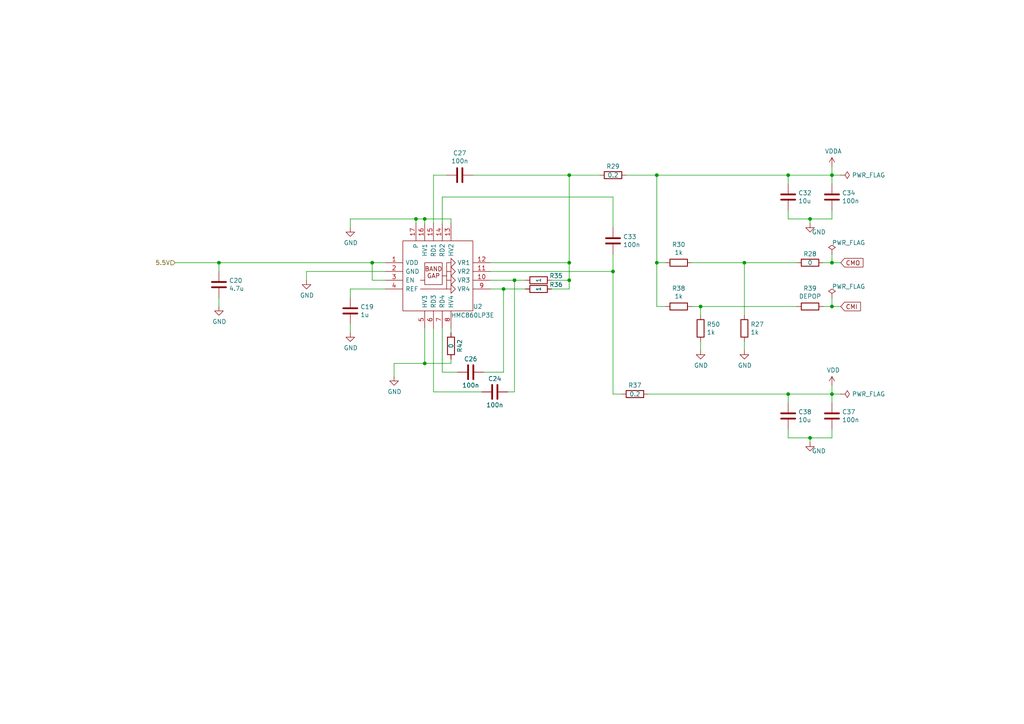
<source format=kicad_sch>
(kicad_sch (version 20211123) (generator eeschema)
  (paper "A4")
  (lib_symbols
    (symbol "Device:C" (pin_numbers hide) (pin_names (offset 0.254))
      (property "Reference" "C" (at 0.635 2.54 0))
      (property "Value" "C" (at 0.635 -2.54 0))
      (symbol "C_0_1"
        (polyline (pts (xy -2.032 -0.762) (xy 2.032 -0.762)) (stroke (width 0.508)))
        (polyline (pts (xy -2.032 0.762) (xy 2.032 0.762)) (stroke (width 0.508)))
      )
      (symbol "C_1_1"
        (pin passive line (at 0 3.81 270) (length 2.794) (name "~") (number "1"))
        (pin passive line (at 0 -3.81 90) (length 2.794) (name "~") (number "2"))
      )
    )
    (symbol "Device:R" (pin_numbers hide) (pin_names (offset 0))
      (property "Reference" "R" (at 2.032 0 90))
      (property "Value" "R" (at 0 0 90))
      (symbol "R_0_1"
        (rectangle (start -1.016 -2.54) (end 1.016 2.54) (stroke (width 0.254)))
      )
      (symbol "R_1_1"
        (pin passive line (at 0 3.81 270) (length 1.27) (name "~") (number "1"))
        (pin passive line (at 0 -3.81 90) (length 1.27) (name "~") (number "2"))
      )
    )
    (symbol "LibPersoNadj:HMC860LP3E" (pin_names (offset 0.762))
      (property "Reference" "U" (at 10.16 -8.89 0))
      (property "Value" "LibPersoNadj_HMC860LP3E" (at 3.81 -11.43 0))
      (symbol "HMC860LP3E_0_0"
        (rectangle (start -10.16 10.16) (end 10.16 -10.16))
        (polyline (pts (xy -3.81 -1.27) (xy -5.08 -1.27)))
        (polyline (pts (xy 1.27 0) (xy 2.54 0)))
        (polyline (pts (xy 2.54 -3.81) (xy -5.08 -3.81)))
        (polyline (pts (xy 2.54 1.27) (xy 2.54 3.81) (xy 3.81 3.81)))
        (text "BAND" (at -1.27 2.0066 0) (effects (font (size 1.27 1.27))))
        (text "GAP" (at -1.27 0 0) (effects (font (size 1.27 1.27))))
        (pin power_in line (at -15.24 3.81 0) (length 5.08) (name "VDD") (number "1"))
        (pin output line (at 15.24 -1.27 180) (length 5.08) (name "VR3") (number "10"))
        (pin output line (at 15.24 1.27 180) (length 5.08) (name "VR2") (number "11"))
        (pin output line (at 15.24 3.81 180) (length 5.08) (name "VR1") (number "12"))
        (pin input line (at 3.81 15.24 270) (length 5.08) (name "HV2") (number "13"))
        (pin input line (at 1.27 15.24 270) (length 5.08) (name "RD2") (number "14"))
        (pin input line (at -1.27 15.24 270) (length 5.08) (name "RD1") (number "15"))
        (pin input line (at -3.81 15.24 270) (length 5.08) (name "HV1") (number "16"))
        (pin power_in line (at -6.35 15.24 270) (length 5.08) (name "P") (number "17"))
        (pin power_in line (at -15.24 1.27 0) (length 5.08) (name "GND") (number "2"))
        (pin input line (at -15.24 -1.27 0) (length 5.08) (name "EN") (number "3"))
        (pin output line (at -15.24 -3.81 0) (length 5.08) (name "REF") (number "4"))
        (pin input line (at -3.81 -15.24 90) (length 5.08) (name "HV3") (number "5"))
        (pin input line (at -1.27 -15.24 90) (length 5.08) (name "RD3") (number "6"))
        (pin input line (at 1.27 -15.24 90) (length 5.08) (name "RD4") (number "7"))
        (pin input line (at 3.81 -15.24 90) (length 5.08) (name "HV4") (number "8"))
        (pin output line (at 15.24 -3.81 180) (length 5.08) (name "VR4") (number "9"))
      )
      (symbol "HMC860LP3E_0_1"
        (rectangle (start -3.81 3.81) (end 1.27 -2.54))
        (polyline (pts (xy 3.81 1.27) (xy 2.54 1.27) (xy 2.54 -1.27) (xy 3.81 -1.27) (xy 2.54 -1.27) (xy 2.54 -3.81) (xy 3.81 -3.81)))
        (polyline (pts (xy 5.08 3.81) (xy 3.81 5.08) (xy 3.81 2.54) (xy 5.08 3.81) (xy 3.81 2.54) (xy 5.08 1.27) (xy 3.81 0) (xy 3.81 2.54) (xy 3.81 -2.54) (xy 5.08 -1.27) (xy 3.81 0) (xy 3.81 -5.08) (xy 5.08 -3.81) (xy 3.81 -2.54)))
      )
    )
    (symbol "power:GND" (power) (pin_names (offset 0))
      (property "Value" "GND" (at 0 -3.81 0))
      (symbol "GND_0_1"
        (polyline (pts (xy 0 0) (xy 0 -1.27) (xy 1.27 -1.27) (xy 0 -2.54) (xy -1.27 -1.27) (xy 0 -1.27)))
      )
      (symbol "GND_1_1"
        (pin power_in line (at 0 0 270) (length 0) hide (name "GND") (number "1"))
      )
    )
    (symbol "power:PWR_FLAG" (power) (pin_numbers hide) (pin_names (offset 0) hide)
      (property "Value" "PWR_FLAG" (at 0 3.81 0))
      (symbol "PWR_FLAG_0_0"
        (pin power_out line (at 0 0 90) (length 0) (name "pwr") (number "1"))
      )
      (symbol "PWR_FLAG_0_1"
        (polyline (pts (xy 0 0) (xy 0 1.27) (xy -1.016 1.905) (xy 0 2.54) (xy 1.016 1.905) (xy 0 1.27)))
      )
    )
    (symbol "power:VDD" (power) (pin_names (offset 0))
      (property "Value" "VDD" (at 0 3.81 0))
      (symbol "VDD_0_1"
        (polyline (pts (xy -0.762 1.27) (xy 0 2.54)))
        (polyline (pts (xy 0 0) (xy 0 2.54)))
        (polyline (pts (xy 0 2.54) (xy 0.762 1.27)))
      )
      (symbol "VDD_1_1"
        (pin power_in line (at 0 0 90) (length 0) hide (name "VDD") (number "1"))
      )
    )
    (symbol "power:VDDA" (power) (pin_names (offset 0))
      (property "Value" "VDDA" (at 0 3.81 0))
      (symbol "VDDA_0_1"
        (polyline (pts (xy -0.762 1.27) (xy 0 2.54)))
        (polyline (pts (xy 0 0) (xy 0 2.54)))
        (polyline (pts (xy 0 2.54) (xy 0.762 1.27)))
      )
      (symbol "VDDA_1_1"
        (pin power_in line (at 0 0 90) (length 0) hide (name "VDDA") (number "1"))
      )
    )
  )
  (junction (at 120.65 63.5))
  (junction (at 177.8 78.74))
  (junction (at 241.3 114.3))
  (junction (at 165.1 50.8))
  (junction (at 190.5 50.8))
  (junction (at 203.2 88.9))
  (junction (at 123.19 105.41))
  (junction (at 146.05 83.82))
  (junction (at 165.1 81.28))
  (junction (at 241.3 88.9))
  (junction (at 123.19 63.5))
  (junction (at 107.95 76.2))
  (junction (at 234.95 127))
  (junction (at 215.9 76.2))
  (junction (at 149.225 81.28))
  (junction (at 228.6 50.8))
  (junction (at 63.5 76.2))
  (junction (at 241.3 50.8))
  (junction (at 165.1 76.2))
  (junction (at 228.6 114.3))
  (junction (at 241.3 76.2))
  (junction (at 190.5 76.2))
  (junction (at 234.95 63.5))
  (wire (pts (xy 111.76 81.28) (xy 107.95 81.28)))
  (wire (pts (xy 241.3 63.5) (xy 234.95 63.5)))
  (wire (pts (xy 190.5 88.9) (xy 193.04 88.9)))
  (wire (pts (xy 101.6 86.36) (xy 101.6 83.82)))
  (wire (pts (xy 177.8 57.15) (xy 128.27 57.15)))
  (wire (pts (xy 101.6 63.5) (xy 101.6 66.04)))
  (wire (pts (xy 215.9 76.2) (xy 231.14 76.2)))
  (wire (pts (xy 152.4 81.28) (xy 149.225 81.28)))
  (wire (pts (xy 165.1 76.2) (xy 165.1 50.8)))
  (wire (pts (xy 147.32 113.665) (xy 149.225 113.665)))
  (wire (pts (xy 241.3 60.96) (xy 241.3 63.5)))
  (wire (pts (xy 114.3 105.41) (xy 114.3 109.22)))
  (wire (pts (xy 241.3 50.8) (xy 243.84 50.8)))
  (wire (pts (xy 120.65 64.77) (xy 120.65 63.5)))
  (wire (pts (xy 130.81 96.52) (xy 130.81 95.25)))
  (wire (pts (xy 177.8 73.66) (xy 177.8 78.74)))
  (wire (pts (xy 101.6 63.5) (xy 120.65 63.5)))
  (wire (pts (xy 234.95 127) (xy 228.6 127)))
  (wire (pts (xy 146.05 83.82) (xy 146.05 107.95)))
  (wire (pts (xy 142.24 78.74) (xy 177.8 78.74)))
  (wire (pts (xy 114.3 105.41) (xy 123.19 105.41)))
  (wire (pts (xy 107.95 81.28) (xy 107.95 76.2)))
  (wire (pts (xy 123.19 105.41) (xy 130.81 105.41)))
  (wire (pts (xy 193.04 76.2) (xy 190.5 76.2)))
  (wire (pts (xy 123.19 63.5) (xy 130.81 63.5)))
  (wire (pts (xy 238.76 76.2) (xy 241.3 76.2)))
  (wire (pts (xy 130.81 105.41) (xy 130.81 104.14)))
  (wire (pts (xy 88.9 78.74) (xy 111.76 78.74)))
  (wire (pts (xy 228.6 50.8) (xy 241.3 50.8)))
  (wire (pts (xy 241.3 111.76) (xy 241.3 114.3)))
  (wire (pts (xy 123.19 95.25) (xy 123.19 105.41)))
  (wire (pts (xy 190.5 50.8) (xy 190.5 76.2)))
  (wire (pts (xy 125.73 50.8) (xy 129.54 50.8)))
  (wire (pts (xy 228.6 114.3) (xy 187.96 114.3)))
  (wire (pts (xy 128.27 107.95) (xy 132.715 107.95)))
  (wire (pts (xy 63.5 76.2) (xy 50.8 76.2)))
  (wire (pts (xy 125.73 113.665) (xy 139.7 113.665)))
  (wire (pts (xy 160.02 81.28) (xy 165.1 81.28)))
  (wire (pts (xy 111.76 76.2) (xy 107.95 76.2)))
  (wire (pts (xy 241.3 88.9) (xy 243.84 88.9)))
  (wire (pts (xy 128.27 107.95) (xy 128.27 95.25)))
  (wire (pts (xy 128.27 57.15) (xy 128.27 64.77)))
  (wire (pts (xy 88.9 78.74) (xy 88.9 81.28)))
  (wire (pts (xy 215.9 76.2) (xy 215.9 91.44)))
  (wire (pts (xy 241.3 50.8) (xy 241.3 53.34)))
  (wire (pts (xy 228.6 116.84) (xy 228.6 114.3)))
  (wire (pts (xy 140.335 107.95) (xy 146.05 107.95)))
  (wire (pts (xy 238.76 88.9) (xy 241.3 88.9)))
  (wire (pts (xy 228.6 114.3) (xy 241.3 114.3)))
  (wire (pts (xy 107.95 76.2) (xy 63.5 76.2)))
  (wire (pts (xy 165.1 50.8) (xy 173.99 50.8)))
  (wire (pts (xy 241.3 124.46) (xy 241.3 127)))
  (wire (pts (xy 241.3 114.3) (xy 241.3 116.84)))
  (wire (pts (xy 215.9 99.06) (xy 215.9 101.6)))
  (wire (pts (xy 180.34 114.3) (xy 177.8 114.3)))
  (wire (pts (xy 241.3 48.26) (xy 241.3 50.8)))
  (wire (pts (xy 200.66 76.2) (xy 215.9 76.2)))
  (wire (pts (xy 149.225 81.28) (xy 142.24 81.28)))
  (wire (pts (xy 63.5 78.74) (xy 63.5 76.2)))
  (wire (pts (xy 190.5 76.2) (xy 190.5 88.9)))
  (wire (pts (xy 130.81 63.5) (xy 130.81 64.77)))
  (wire (pts (xy 165.1 76.2) (xy 165.1 81.28)))
  (wire (pts (xy 120.65 63.5) (xy 123.19 63.5)))
  (wire (pts (xy 160.02 83.82) (xy 165.1 83.82)))
  (wire (pts (xy 241.3 114.3) (xy 243.84 114.3)))
  (wire (pts (xy 165.1 83.82) (xy 165.1 81.28)))
  (wire (pts (xy 142.24 76.2) (xy 165.1 76.2)))
  (wire (pts (xy 125.73 64.77) (xy 125.73 50.8)))
  (wire (pts (xy 228.6 63.5) (xy 228.6 60.96)))
  (wire (pts (xy 63.5 86.36) (xy 63.5 88.9)))
  (wire (pts (xy 234.95 63.5) (xy 228.6 63.5)))
  (wire (pts (xy 137.16 50.8) (xy 165.1 50.8)))
  (wire (pts (xy 177.8 78.74) (xy 177.8 114.3)))
  (wire (pts (xy 228.6 127) (xy 228.6 124.46)))
  (wire (pts (xy 123.19 64.77) (xy 123.19 63.5)))
  (wire (pts (xy 203.2 88.9) (xy 203.2 91.44)))
  (wire (pts (xy 146.05 83.82) (xy 152.4 83.82)))
  (wire (pts (xy 181.61 50.8) (xy 190.5 50.8)))
  (wire (pts (xy 234.95 63.5) (xy 234.95 64.77)))
  (wire (pts (xy 190.5 50.8) (xy 228.6 50.8)))
  (wire (pts (xy 149.225 113.665) (xy 149.225 81.28)))
  (wire (pts (xy 241.3 88.9) (xy 241.3 86.36)))
  (wire (pts (xy 101.6 93.98) (xy 101.6 96.52)))
  (wire (pts (xy 203.2 88.9) (xy 231.14 88.9)))
  (wire (pts (xy 241.3 76.2) (xy 243.84 76.2)))
  (wire (pts (xy 234.95 127) (xy 234.95 128.27)))
  (wire (pts (xy 200.66 88.9) (xy 203.2 88.9)))
  (wire (pts (xy 142.24 83.82) (xy 146.05 83.82)))
  (wire (pts (xy 101.6 83.82) (xy 111.76 83.82)))
  (wire (pts (xy 177.8 57.15) (xy 177.8 66.04)))
  (wire (pts (xy 228.6 53.34) (xy 228.6 50.8)))
  (wire (pts (xy 241.3 76.2) (xy 241.3 73.66)))
  (wire (pts (xy 241.3 127) (xy 234.95 127)))
  (wire (pts (xy 203.2 99.06) (xy 203.2 101.6)))
  (wire (pts (xy 125.73 95.25) (xy 125.73 113.665)))
  (global_label "CMI" (shape input) (at 243.84 88.9 0) (property "Références Inter-Feuilles" "${INTERSHEET_REFS}" (effects hide)))
  (global_label "CMO" (shape input) (at 243.84 76.2 0) (property "Références Inter-Feuilles" "${INTERSHEET_REFS}" (effects hide)))
  (hierarchical_label "5.5V" (shape input) (at 50.8 76.2 180))
  (symbol (lib_id "Device:R") (at 156.21 81.28 270)
    (property "Reference" "R36" (at 161.29 82.55 90))
    (property "Value" "1" (at 156.21 81.28 0))
    (property "Footprint" "Resistor_SMD:R_0603_1608Metric_Pad0.98x0.95mm_HandSolder" (effects hide))
  )
  (symbol (lib_id "Device:R") (at 130.81 100.33 180)
    (property "Reference" "R42" (at 133.35 100.33 90))
    (property "Value" "0" (at 130.81 100.33 90))
    (property "Footprint" "Resistor_SMD:R_0603_1608Metric_Pad0.98x0.95mm_HandSolder" (effects hide))
  )
  (symbol (lib_id "LibPersoNadj:HMC860LP3E") (at 127 80.01 0)
    (property "Reference" "U2" (at 137.16 88.9 0) (effects (justify left)))
    (property "Value" "HMC860LP3E" (at 130.81 91.44 0) (effects (justify left)))
    (property "Footprint" "Package_DFN_QFN:QFN-16-1EP_3x3mm_P0.5mm_EP1.7x1.7mm_ThermalVias" (effects hide))
    (property "Datasheet" "http://www.analog.com/media/en/technical-documentation/data-sheets/hmc860.pdf" (effects hide))
    (property "Description" "Analog Devices Hittite HMC860LP3E, Up-Down Converter & Mixer Circuit 4.8  5.6 V 16-Pin SMT" (effects hide))
    (property "Height" "1" (effects hide))
    (property "Mouser Part Number" "584-HMC860LP3E" (effects hide))
    (property "Mouser Price/Stock" "https://www.mouser.co.uk/ProductDetail/Analog-Devices/HMC860LP3E?qs=3izLlwrMQ7n4WL6gsJqqhQ%3D%3D" (effects hide))
    (property "Manufacturer_Name" "Analog Devices" (effects hide))
    (property "Manufacturer_Part_Number" "HMC860LP3E" (effects hide))
  )
  (symbol (lib_id "Device:C") (at 241.3 57.15 0)
    (property "Reference" "C34" (at 244.221 55.9816 0) (effects (justify left)))
    (property "Value" "100n" (at 244.221 58.293 0) (effects (justify left)))
    (property "Footprint" "Capacitor_SMD:C_0603_1608Metric_Pad1.08x0.95mm_HandSolder" (effects hide))
  )
  (symbol (lib_id "Device:C") (at 228.6 57.15 0)
    (property "Reference" "C32" (at 231.521 55.9816 0) (effects (justify left)))
    (property "Value" "10u" (at 231.521 58.293 0) (effects (justify left)))
    (property "Footprint" "Capacitor_SMD:C_0603_1608Metric_Pad1.08x0.95mm_HandSolder" (effects hide))
  )
  (symbol (lib_id "Device:C") (at 63.5 82.55 0)
    (property "Reference" "C20" (at 66.421 81.3816 0) (effects (justify left)))
    (property "Value" "4.7u" (at 66.421 83.693 0) (effects (justify left)))
    (property "Footprint" "Capacitor_SMD:C_0603_1608Metric_Pad1.08x0.95mm_HandSolder" (effects hide))
  )
  (symbol (lib_id "Device:R") (at 177.8 50.8 270)
    (property "Reference" "R29" (at 177.8 48.26 90))
    (property "Value" "0.2" (at 177.8 50.8 90))
    (property "Footprint" "Resistor_SMD:R_0603_1608Metric_Pad0.98x0.95mm_HandSolder" (effects hide))
  )
  (symbol (lib_id "Device:R") (at 196.85 76.2 270)
    (property "Reference" "R30" (at 196.85 70.9422 90))
    (property "Value" "1k" (at 196.85 73.2536 90))
    (property "Footprint" "Resistor_SMD:R_0603_1608Metric_Pad0.98x0.95mm_HandSolder" (effects hide))
  )
  (symbol (lib_id "Device:R") (at 234.95 76.2 270)
    (property "Reference" "R28" (at 234.95 73.66 90))
    (property "Value" "0" (at 234.95 76.2 90))
    (property "Footprint" "Resistor_SMD:R_0603_1608Metric_Pad0.98x0.95mm_HandSolder" (effects hide))
  )
  (symbol (lib_id "Device:R") (at 234.95 88.9 270)
    (property "Reference" "R39" (at 234.95 83.6422 90))
    (property "Value" "DEPOP" (at 234.95 85.9536 90))
    (property "Footprint" "Resistor_SMD:R_0603_1608Metric_Pad0.98x0.95mm_HandSolder" (effects hide))
  )
  (symbol (lib_id "power:GND") (at 234.95 64.77 0)
    (property "Reference" "#PWR0143" (effects hide))
    (property "Value" "GND" (at 237.49 67.31 0))
  )
  (symbol (lib_id "Device:C") (at 241.3 120.65 0)
    (property "Reference" "C37" (at 244.221 119.4816 0) (effects (justify left)))
    (property "Value" "100n" (at 244.221 121.793 0) (effects (justify left)))
    (property "Footprint" "Capacitor_SMD:C_0603_1608Metric_Pad1.08x0.95mm_HandSolder" (effects hide))
  )
  (symbol (lib_id "Device:C") (at 228.6 120.65 0)
    (property "Reference" "C38" (at 231.521 119.4816 0) (effects (justify left)))
    (property "Value" "10u" (at 231.521 121.793 0) (effects (justify left)))
    (property "Footprint" "Capacitor_SMD:C_0603_1608Metric_Pad1.08x0.95mm_HandSolder" (effects hide))
  )
  (symbol (lib_id "power:GND") (at 234.95 128.27 0)
    (property "Reference" "#PWR0144" (effects hide))
    (property "Value" "GND" (at 237.49 130.81 0))
  )
  (symbol (lib_id "Device:C") (at 101.6 90.17 0)
    (property "Reference" "C19" (at 104.521 89.0016 0) (effects (justify left)))
    (property "Value" "1u" (at 104.521 91.313 0) (effects (justify left)))
    (property "Footprint" "Capacitor_SMD:C_0603_1608Metric_Pad1.08x0.95mm_HandSolder" (effects hide))
  )
  (symbol (lib_id "Device:C") (at 136.525 107.95 270)
    (property "Reference" "C26" (at 136.525 104.14 90))
    (property "Value" "100n" (at 136.525 111.76 90))
    (property "Footprint" "Capacitor_SMD:C_0603_1608Metric_Pad1.08x0.95mm_HandSolder" (effects hide))
  )
  (symbol (lib_id "Device:C") (at 133.35 50.8 270)
    (property "Reference" "C27" (at 133.35 44.3992 90))
    (property "Value" "100n" (at 133.35 46.7106 90))
    (property "Footprint" "Capacitor_SMD:C_0603_1608Metric_Pad1.08x0.95mm_HandSolder" (effects hide))
  )
  (symbol (lib_id "Device:R") (at 196.85 88.9 270)
    (property "Reference" "R38" (at 196.85 83.6422 90))
    (property "Value" "1k" (at 196.85 85.9536 90))
    (property "Footprint" "Resistor_SMD:R_0603_1608Metric_Pad0.98x0.95mm_HandSolder" (effects hide))
  )
  (symbol (lib_id "Device:R") (at 203.2 95.25 180)
    (property "Reference" "R50" (at 204.978 94.0816 0) (effects (justify right)))
    (property "Value" "1k" (at 204.978 96.393 0) (effects (justify right)))
    (property "Footprint" "Resistor_SMD:R_0603_1608Metric_Pad0.98x0.95mm_HandSolder" (effects hide))
  )
  (symbol (lib_id "Device:R") (at 215.9 95.25 180)
    (property "Reference" "R27" (at 217.678 94.0816 0) (effects (justify right)))
    (property "Value" "1k" (at 217.678 96.393 0) (effects (justify right)))
    (property "Footprint" "Resistor_SMD:R_0603_1608Metric_Pad0.98x0.95mm_HandSolder" (effects hide))
  )
  (symbol (lib_id "Device:R") (at 184.15 114.3 270)
    (property "Reference" "R37" (at 184.15 111.76 90))
    (property "Value" "0.2" (at 184.15 114.3 90))
    (property "Footprint" "Resistor_SMD:R_0603_1608Metric_Pad0.98x0.95mm_HandSolder" (effects hide))
  )
  (symbol (lib_id "Device:R") (at 156.21 83.82 90)
    (property "Reference" "R35" (at 161.29 80.01 90))
    (property "Value" "1" (at 156.21 83.82 0))
    (property "Footprint" "Resistor_SMD:R_0603_1608Metric_Pad0.98x0.95mm_HandSolder" (effects hide))
  )
  (symbol (lib_id "Device:C") (at 143.51 113.665 270)
    (property "Reference" "C24" (at 143.51 109.855 90))
    (property "Value" "100n" (at 143.51 117.475 90))
    (property "Footprint" "Capacitor_SMD:C_0603_1608Metric_Pad1.08x0.95mm_HandSolder" (effects hide))
  )
  (symbol (lib_id "power:GND") (at 63.5 88.9 0) (unit 1)
    (property "Reference" "#PWR0145" (effects hide))
    (property "Value" "GND" (at 63.627 93.2942 0))
  )
  (symbol (lib_id "power:GND") (at 101.6 96.52 0) (unit 1)
    (property "Reference" "#PWR0146" (effects hide))
    (property "Value" "GND" (at 101.727 100.9142 0))
  )
  (symbol (lib_id "power:GND") (at 88.9 81.28 0) (unit 1)
    (property "Reference" "#PWR0147" (effects hide))
    (property "Value" "GND" (at 89.027 85.6742 0))
  )
  (symbol (lib_id "power:GND") (at 101.6 66.04 0) (unit 1)
    (property "Reference" "#PWR0148" (effects hide))
    (property "Value" "GND" (at 101.727 70.4342 0))
  )
  (symbol (lib_id "power:GND") (at 203.2 101.6 0) (unit 1)
    (property "Reference" "#PWR0149" (effects hide))
    (property "Value" "GND" (at 203.327 105.9942 0))
  )
  (symbol (lib_id "power:GND") (at 215.9 101.6 0) (unit 1)
    (property "Reference" "#PWR0150" (effects hide))
    (property "Value" "GND" (at 216.027 105.9942 0))
  )
  (symbol (lib_id "Device:C") (at 177.8 69.85 0)
    (property "Reference" "C33" (at 180.721 68.6816 0) (effects (justify left)))
    (property "Value" "100n" (at 180.721 70.993 0) (effects (justify left)))
    (property "Footprint" "Capacitor_SMD:C_0603_1608Metric_Pad1.08x0.95mm_HandSolder" (effects hide))
  )
  (symbol (lib_id "power:GND") (at 114.3 109.22 0) (unit 1)
    (property "Reference" "#PWR0152" (effects hide))
    (property "Value" "GND" (at 114.427 113.6142 0))
  )
  (symbol (lib_id "power:VDDA") (at 241.3 48.26 0) (unit 1)
    (property "Reference" "#PWR0153" (effects hide))
    (property "Value" "VDDA" (at 241.681 43.8658 0))
  )
  (symbol (lib_id "power:PWR_FLAG") (at 243.84 50.8 270) (unit 1)
    (property "Reference" "#FLG0102" (effects hide))
    (property "Value" "PWR_FLAG" (at 247.0912 50.8 90) (effects (justify left)))
  )
  (symbol (lib_id "power:PWR_FLAG") (at 241.3 73.66 0) (unit 1)
    (property "Reference" "#FLG0103" (effects hide))
    (property "Value" "PWR_FLAG" (at 241.3 70.4088 0) (effects (justify left)))
  )
  (symbol (lib_id "power:PWR_FLAG") (at 241.3 86.36 0) (unit 1)
    (property "Reference" "#FLG0104" (effects hide))
    (property "Value" "PWR_FLAG" (at 241.3 83.1088 0) (effects (justify left)))
  )
  (symbol (lib_id "power:VDD") (at 241.3 111.76 0) (unit 1)
    (property "Reference" "#PWR0154" (effects hide))
    (property "Value" "VDD" (at 241.681 107.3658 0))
  )
  (symbol (lib_id "power:PWR_FLAG") (at 243.84 114.3 270) (unit 1)
    (property "Reference" "#FLG0106" (effects hide))
    (property "Value" "PWR_FLAG" (at 247.0912 114.3 90) (effects (justify left)))
  )
)
</source>
